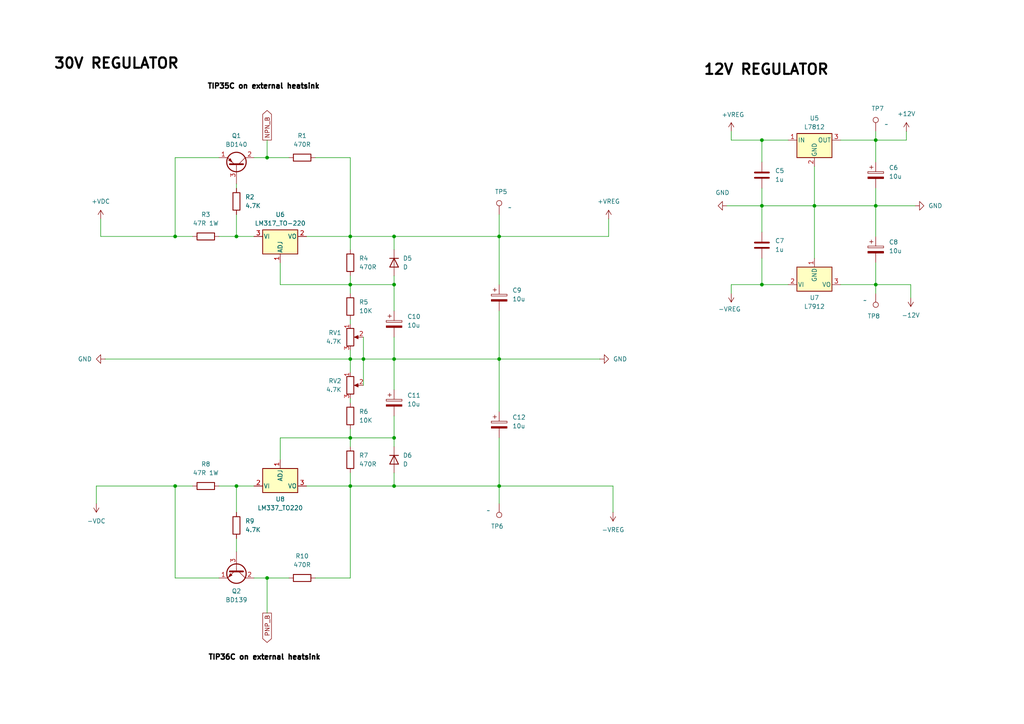
<source format=kicad_sch>
(kicad_sch (version 20231120) (generator "eeschema") (generator_version "8.0")
  (paper "A4")
  (title_block (title "Regulator"))
  (lib_symbols
    (symbol "Connector:TestPoint" (pin_numbers hide) (pin_names (offset 0.762) hide)
      (property "Reference" "TP" (at 0 6.858 0))
      (property "Value" "TestPoint" (at 0 5.08 0))
      (symbol "TestPoint_0_1"
        (circle (center 0 3.302) (radius 0.762))
      )
      (symbol "TestPoint_1_1"
        (pin passive line (at 0 0 90) (length 2.54) (name "1") (number "1"))
      )
    )
    (symbol "Device:C" (pin_numbers hide) (pin_names (offset 0.254))
      (property "Reference" "C" (at 0.635 2.54 0))
      (property "Value" "C" (at 0.635 -2.54 0))
      (symbol "C_0_1"
        (polyline (pts (xy -2.032 -0.762) (xy 2.032 -0.762)) (stroke (width 0.508)))
        (polyline (pts (xy -2.032 0.762) (xy 2.032 0.762)) (stroke (width 0.508)))
      )
      (symbol "C_1_1"
        (pin passive line (at 0 3.81 270) (length 2.794) (name "~") (number "1"))
        (pin passive line (at 0 -3.81 90) (length 2.794) (name "~") (number "2"))
      )
    )
    (symbol "Device:C_Polarized" (pin_numbers hide) (pin_names (offset 0.254))
      (property "Reference" "C" (at 0.635 2.54 0))
      (property "Value" "C_Polarized" (at 0.635 -2.54 0))
      (symbol "C_Polarized_0_1"
        (rectangle (start -2.286 0.508) (end 2.286 1.016))
        (polyline (pts (xy -1.778 2.286) (xy -0.762 2.286)))
        (polyline (pts (xy -1.27 2.794) (xy -1.27 1.778)))
        (rectangle (start 2.286 -0.508) (end -2.286 -1.016) (fill (type outline)))
      )
      (symbol "C_Polarized_1_1"
        (pin passive line (at 0 3.81 270) (length 2.794) (name "~") (number "1"))
        (pin passive line (at 0 -3.81 90) (length 2.794) (name "~") (number "2"))
      )
    )
    (symbol "Device:D" (pin_numbers hide) (pin_names (offset 1.016) hide)
      (property "Reference" "D" (at 0 2.54 0))
      (property "Value" "D" (at 0 -2.54 0))
      (symbol "D_0_1"
        (polyline (pts (xy -1.27 1.27) (xy -1.27 -1.27)) (stroke (width 0.254)))
        (polyline (pts (xy 1.27 0) (xy -1.27 0)))
        (polyline (pts (xy 1.27 1.27) (xy 1.27 -1.27) (xy -1.27 0) (xy 1.27 1.27)) (stroke (width 0.254)))
      )
      (symbol "D_1_1"
        (pin passive line (at -3.81 0 0) (length 2.54) (name "K") (number "1"))
        (pin passive line (at 3.81 0 180) (length 2.54) (name "A") (number "2"))
      )
    )
    (symbol "Device:R" (pin_numbers hide) (pin_names (offset 0))
      (property "Reference" "R" (at 2.032 0 90))
      (property "Value" "R" (at 0 0 90))
      (symbol "R_0_1"
        (rectangle (start -1.016 -2.54) (end 1.016 2.54) (stroke (width 0.254)))
      )
      (symbol "R_1_1"
        (pin passive line (at 0 3.81 270) (length 1.27) (name "~") (number "1"))
        (pin passive line (at 0 -3.81 90) (length 1.27) (name "~") (number "2"))
      )
    )
    (symbol "Device:R_Potentiometer" (pin_names (offset 1.016) hide)
      (property "Reference" "RV" (at -4.445 0 90))
      (property "Value" "R_Potentiometer" (at -2.54 0 90))
      (symbol "R_Potentiometer_0_1"
        (polyline (pts (xy 2.54 0) (xy 1.524 0)))
        (polyline (pts (xy 1.143 0) (xy 2.286 0.508) (xy 2.286 -0.508) (xy 1.143 0)) (fill (type outline)))
        (rectangle (start 1.016 2.54) (end -1.016 -2.54) (stroke (width 0.254)))
      )
      (symbol "R_Potentiometer_1_1"
        (pin passive line (at 0 3.81 270) (length 1.27) (name "1") (number "1"))
        (pin passive line (at 3.81 0 180) (length 1.27) (name "2") (number "2"))
        (pin passive line (at 0 -3.81 90) (length 1.27) (name "3") (number "3"))
      )
    )
    (symbol "Regulator_Linear:L7812" (pin_names (offset 0.254))
      (property "Reference" "U" (at -3.81 3.175 0))
      (property "Value" "L7812" (at 0 3.175 0))
      (symbol "L7812_0_1"
        (rectangle (start -5.08 1.905) (end 5.08 -5.08) (stroke (width 0.254)) (fill (type background)))
      )
      (symbol "L7812_1_1"
        (pin power_in line (at -7.62 0 0) (length 2.54) (name "IN") (number "1"))
        (pin power_in line (at 0 -7.62 90) (length 2.54) (name "GND") (number "2"))
        (pin power_out line (at 7.62 0 180) (length 2.54) (name "OUT") (number "3"))
      )
    )
    (symbol "Regulator_Linear:L7912" (pin_names (offset 0.254))
      (property "Reference" "U" (at -3.81 -3.175 0))
      (property "Value" "L7912" (at 0 -3.175 0))
      (symbol "L7912_0_1"
        (rectangle (start -5.08 5.08) (end 5.08 -1.905) (stroke (width 0.254)) (fill (type background)))
      )
      (symbol "L7912_1_1"
        (pin power_in line (at 0 7.62 270) (length 2.54) (name "GND") (number "1"))
        (pin power_in line (at -7.62 0 0) (length 2.54) (name "VI") (number "2"))
        (pin power_out line (at 7.62 0 180) (length 2.54) (name "VO") (number "3"))
      )
    )
    (symbol "Regulator_Linear:LM317_TO-220" (pin_names (offset 0.254))
      (property "Reference" "U" (at -3.81 3.175 0))
      (property "Value" "LM317_TO-220" (at 0 3.175 0))
      (symbol "LM317_TO-220_0_1"
        (rectangle (start -5.08 1.905) (end 5.08 -5.08) (stroke (width 0.254)) (fill (type background)))
      )
      (symbol "LM317_TO-220_1_1"
        (pin input line (at 0 -7.62 90) (length 2.54) (name "ADJ") (number "1"))
        (pin power_out line (at 7.62 0 180) (length 2.54) (name "VO") (number "2"))
        (pin power_in line (at -7.62 0 0) (length 2.54) (name "VI") (number "3"))
      )
    )
    (symbol "Regulator_Linear:LM337_TO220" (pin_names (offset 0.254))
      (property "Reference" "U" (at -3.81 -3.175 0))
      (property "Value" "LM337_TO220" (at 0 -3.175 0))
      (symbol "LM337_TO220_0_1"
        (rectangle (start -5.08 5.08) (end 5.08 -1.905) (stroke (width 0.254)) (fill (type background)))
      )
      (symbol "LM337_TO220_1_1"
        (pin input line (at 0 7.62 270) (length 2.54) (name "ADJ") (number "1"))
        (pin power_in line (at -7.62 0 0) (length 2.54) (name "VI") (number "2"))
        (pin power_out line (at 7.62 0 180) (length 2.54) (name "VO") (number "3"))
      )
    )
    (symbol "Transistor_BJT:BD139" (pin_names (offset 0) hide)
      (property "Reference" "Q" (at 5.08 1.905 0))
      (property "Value" "BD139" (at 5.08 0 0))
      (symbol "BD139_0_1"
        (polyline (pts (xy 0 0) (xy 0.635 0)))
        (polyline (pts (xy 2.54 -2.54) (xy 0.635 -0.635)))
        (polyline (pts (xy 2.54 2.54) (xy 0.635 0.635)))
        (polyline (pts (xy 0.635 1.905) (xy 0.635 -1.905) (xy 0.635 -1.905)) (stroke (width 0.508)) (fill (type outline)))
        (polyline (pts (xy 1.2446 -1.778) (xy 1.7526 -1.27) (xy 2.286 -2.286) (xy 1.2446 -1.778) (xy 1.2446 -1.778)) (fill (type outline)))
        (circle (center 1.27 0) (radius 2.8194) (stroke (width 0.3048)))
      )
      (symbol "BD139_1_1"
        (pin passive line (at 2.54 -5.08 90) (length 2.54) (name "E") (number "1"))
        (pin passive line (at 2.54 5.08 270) (length 2.54) (name "C") (number "2"))
        (pin input line (at -5.08 0 0) (length 5.08) (name "B") (number "3"))
      )
    )
    (symbol "Transistor_BJT:BD140" (pin_names (offset 0) hide)
      (property "Reference" "Q" (at 5.08 1.905 0))
      (property "Value" "BD140" (at 5.08 0 0))
      (symbol "BD140_0_1"
        (polyline (pts (xy 0 0) (xy 0.635 0)))
        (polyline (pts (xy 2.54 -2.54) (xy 0.635 -0.635)))
        (polyline (pts (xy 2.54 2.54) (xy 0.635 0.635)))
        (polyline (pts (xy 0.635 1.905) (xy 0.635 -1.905) (xy 0.635 -1.905)) (stroke (width 0.508)) (fill (type outline)))
        (polyline (pts (xy 1.778 -2.286) (xy 2.286 -1.778) (xy 1.27 -1.27) (xy 1.778 -2.286) (xy 1.778 -2.286)) (fill (type outline)))
        (circle (center 1.27 0) (radius 2.8194) (stroke (width 0.3048)))
      )
      (symbol "BD140_1_1"
        (pin passive line (at 2.54 -5.08 90) (length 2.54) (name "E") (number "1"))
        (pin passive line (at 2.54 5.08 270) (length 2.54) (name "C") (number "2"))
        (pin input line (at -5.08 0 0) (length 5.08) (name "B") (number "3"))
      )
    )
    (symbol "power:+12L" (power) (pin_numbers hide) (pin_names (offset 0) hide)
      (property "Value" "+12L" (at 0 3.556 0))
      (symbol "+12L_0_1"
        (polyline (pts (xy -0.762 1.27) (xy 0 2.54)))
        (polyline (pts (xy 0 0) (xy 0 2.54)))
        (polyline (pts (xy 0 2.54) (xy 0.762 1.27)))
      )
      (symbol "+12L_1_1"
        (pin power_in line (at 0 0 90) (length 0) (name "~") (number "1"))
      )
    )
    (symbol "power:GND" (power) (pin_numbers hide) (pin_names (offset 0) hide)
      (property "Value" "GND" (at 0 -3.81 0))
      (symbol "GND_0_1"
        (polyline (pts (xy 0 0) (xy 0 -1.27) (xy 1.27 -1.27) (xy 0 -2.54) (xy -1.27 -1.27) (xy 0 -1.27)))
      )
      (symbol "GND_1_1"
        (pin power_in line (at 0 0 270) (length 0) (name "~") (number "1"))
      )
    )
  )
  (junction (at 50.8 68.58))
  (junction (at 68.58 140.97))
  (junction (at 101.6 82.55))
  (junction (at 68.58 68.58))
  (junction (at 114.3 82.55))
  (junction (at 144.78 140.97))
  (junction (at 254 82.55))
  (junction (at 220.98 40.64))
  (junction (at 236.22 59.69))
  (junction (at 114.3 140.97))
  (junction (at 144.78 68.58))
  (junction (at 144.78 104.14))
  (junction (at 114.3 68.58))
  (junction (at 114.3 127))
  (junction (at 101.6 127))
  (junction (at 220.98 82.55))
  (junction (at 101.6 68.58))
  (junction (at 220.98 59.69))
  (junction (at 114.3 104.14))
  (junction (at 101.6 104.14))
  (junction (at 77.47 167.64))
  (junction (at 101.6 140.97))
  (junction (at 77.47 45.72))
  (junction (at 254 59.69))
  (junction (at 254 40.64))
  (junction (at 50.8 140.97))
  (junction (at 105.41 104.14))
  (wire (pts (xy 101.6 68.58) (xy 114.3 68.58)))
  (wire (pts (xy 50.8 167.64) (xy 63.5 167.64)))
  (wire (pts (xy 114.3 104.14) (xy 144.78 104.14)))
  (wire (pts (xy 144.78 62.23) (xy 144.78 68.58)))
  (wire (pts (xy 101.6 82.55) (xy 81.28 82.55)))
  (wire (pts (xy 210.82 59.69) (xy 220.98 59.69)))
  (wire (pts (xy 77.47 40.64) (xy 77.47 45.72)))
  (wire (pts (xy 101.6 115.57) (xy 101.6 116.84)))
  (wire (pts (xy 77.47 167.64) (xy 83.82 167.64)))
  (wire (pts (xy 262.89 40.64) (xy 254 40.64)))
  (wire (pts (xy 114.3 82.55) (xy 114.3 80.01)))
  (wire (pts (xy 68.58 140.97) (xy 73.66 140.97)))
  (wire (pts (xy 101.6 68.58) (xy 101.6 72.39)))
  (wire (pts (xy 144.78 140.97) (xy 177.8 140.97)))
  (wire (pts (xy 262.89 38.1) (xy 262.89 40.64)))
  (wire (pts (xy 77.47 167.64) (xy 77.47 177.8)))
  (wire (pts (xy 114.3 140.97) (xy 114.3 137.16)))
  (wire (pts (xy 101.6 127) (xy 81.28 127)))
  (wire (pts (xy 236.22 59.69) (xy 236.22 74.93)))
  (wire (pts (xy 236.22 59.69) (xy 254 59.69)))
  (wire (pts (xy 220.98 82.55) (xy 228.6 82.55)))
  (wire (pts (xy 63.5 68.58) (xy 68.58 68.58)))
  (wire (pts (xy 212.09 82.55) (xy 220.98 82.55)))
  (wire (pts (xy 254 38.1) (xy 254 40.64)))
  (wire (pts (xy 236.22 48.26) (xy 236.22 59.69)))
  (wire (pts (xy 50.8 45.72) (xy 63.5 45.72)))
  (wire (pts (xy 220.98 74.93) (xy 220.98 82.55)))
  (wire (pts (xy 81.28 82.55) (xy 81.28 76.2)))
  (wire (pts (xy 144.78 104.14) (xy 144.78 90.17)))
  (wire (pts (xy 144.78 68.58) (xy 144.78 82.55)))
  (wire (pts (xy 105.41 97.79) (xy 105.41 104.14)))
  (wire (pts (xy 254 82.55) (xy 254 76.2)))
  (wire (pts (xy 73.66 167.64) (xy 77.47 167.64)))
  (wire (pts (xy 114.3 127) (xy 114.3 120.65)))
  (wire (pts (xy 243.84 40.64) (xy 254 40.64)))
  (wire (pts (xy 220.98 59.69) (xy 236.22 59.69)))
  (wire (pts (xy 101.6 167.64) (xy 101.6 140.97)))
  (wire (pts (xy 264.16 82.55) (xy 264.16 86.36)))
  (wire (pts (xy 68.58 68.58) (xy 73.66 68.58)))
  (wire (pts (xy 114.3 82.55) (xy 114.3 90.17)))
  (wire (pts (xy 254 40.64) (xy 254 46.99)))
  (wire (pts (xy 254 59.69) (xy 254 54.61)))
  (wire (pts (xy 212.09 85.09) (xy 212.09 82.55)))
  (wire (pts (xy 29.21 68.58) (xy 50.8 68.58)))
  (wire (pts (xy 254 82.55) (xy 264.16 82.55)))
  (wire (pts (xy 114.3 104.14) (xy 114.3 113.03)))
  (wire (pts (xy 30.48 104.14) (xy 101.6 104.14)))
  (wire (pts (xy 144.78 68.58) (xy 176.53 68.58)))
  (wire (pts (xy 27.94 140.97) (xy 27.94 146.05)))
  (wire (pts (xy 101.6 140.97) (xy 88.9 140.97)))
  (wire (pts (xy 114.3 68.58) (xy 114.3 72.39)))
  (wire (pts (xy 101.6 104.14) (xy 101.6 101.6)))
  (wire (pts (xy 101.6 80.01) (xy 101.6 82.55)))
  (wire (pts (xy 144.78 104.14) (xy 144.78 119.38)))
  (wire (pts (xy 101.6 82.55) (xy 114.3 82.55)))
  (wire (pts (xy 144.78 104.14) (xy 173.99 104.14)))
  (wire (pts (xy 101.6 104.14) (xy 105.41 104.14)))
  (wire (pts (xy 101.6 124.46) (xy 101.6 127)))
  (wire (pts (xy 114.3 140.97) (xy 144.78 140.97)))
  (wire (pts (xy 212.09 40.64) (xy 220.98 40.64)))
  (wire (pts (xy 81.28 127) (xy 81.28 133.35)))
  (wire (pts (xy 144.78 127) (xy 144.78 140.97)))
  (wire (pts (xy 144.78 140.97) (xy 144.78 146.05)))
  (wire (pts (xy 63.5 140.97) (xy 68.58 140.97)))
  (wire (pts (xy 29.21 63.5) (xy 29.21 68.58)))
  (wire (pts (xy 68.58 62.23) (xy 68.58 68.58)))
  (wire (pts (xy 114.3 127) (xy 114.3 129.54)))
  (wire (pts (xy 50.8 45.72) (xy 50.8 68.58)))
  (wire (pts (xy 77.47 45.72) (xy 83.82 45.72)))
  (wire (pts (xy 50.8 140.97) (xy 50.8 167.64)))
  (wire (pts (xy 50.8 68.58) (xy 55.88 68.58)))
  (wire (pts (xy 101.6 127) (xy 101.6 129.54)))
  (wire (pts (xy 176.53 63.5) (xy 176.53 68.58)))
  (wire (pts (xy 73.66 45.72) (xy 77.47 45.72)))
  (wire (pts (xy 101.6 45.72) (xy 101.6 68.58)))
  (wire (pts (xy 101.6 127) (xy 114.3 127)))
  (wire (pts (xy 105.41 104.14) (xy 114.3 104.14)))
  (wire (pts (xy 220.98 54.61) (xy 220.98 59.69)))
  (wire (pts (xy 68.58 140.97) (xy 68.58 148.59)))
  (wire (pts (xy 68.58 156.21) (xy 68.58 160.02)))
  (wire (pts (xy 220.98 59.69) (xy 220.98 67.31)))
  (wire (pts (xy 212.09 38.1) (xy 212.09 40.64)))
  (wire (pts (xy 68.58 53.34) (xy 68.58 54.61)))
  (wire (pts (xy 101.6 45.72) (xy 91.44 45.72)))
  (wire (pts (xy 114.3 68.58) (xy 144.78 68.58)))
  (wire (pts (xy 254 59.69) (xy 254 68.58)))
  (wire (pts (xy 50.8 140.97) (xy 27.94 140.97)))
  (wire (pts (xy 114.3 97.79) (xy 114.3 104.14)))
  (wire (pts (xy 243.84 82.55) (xy 254 82.55)))
  (wire (pts (xy 254 82.55) (xy 254 85.09)))
  (wire (pts (xy 101.6 92.71) (xy 101.6 93.98)))
  (wire (pts (xy 220.98 40.64) (xy 220.98 46.99)))
  (wire (pts (xy 101.6 104.14) (xy 101.6 107.95)))
  (wire (pts (xy 101.6 68.58) (xy 88.9 68.58)))
  (wire (pts (xy 101.6 82.55) (xy 101.6 85.09)))
  (wire (pts (xy 55.88 140.97) (xy 50.8 140.97)))
  (wire (pts (xy 177.8 148.59) (xy 177.8 140.97)))
  (wire (pts (xy 91.44 167.64) (xy 101.6 167.64)))
  (wire (pts (xy 101.6 137.16) (xy 101.6 140.97)))
  (wire (pts (xy 101.6 140.97) (xy 114.3 140.97)))
  (wire (pts (xy 220.98 40.64) (xy 228.6 40.64)))
  (wire (pts (xy 265.43 59.69) (xy 254 59.69)))
  (wire (pts (xy 105.41 104.14) (xy 105.41 111.76)))
  (text "TIP36C on external heatsink" (at 76.708 190.754 0) (effects (font (size 1.5 1.5) (thickness 0.6) (bold yes))))
  (text "TIP35C on external heatsink" (at 76.454 25.146 0) (effects (font (size 1.5 1.5) (thickness 0.6) (bold yes))))
  (text "30V REGULATOR" (at 33.782 18.542 0) (effects (font (size 3 3) (thickness 0.6) (bold yes))))
  (text "12V REGULATOR" (at 222.25 20.32 0) (effects (font (size 3 3) (thickness 0.6) (bold yes))))
  (global_label "NPN_B" (shape output) (at 77.47 40.64 90) (property "Intersheetrefs" "${INTERSHEET_REFS}" (effects (hide yes))))
  (global_label "PNP_B" (shape output) (at 77.47 177.8 270) (property "Intersheetrefs" "${INTERSHEET_REFS}" (effects (hide yes))))
  (symbol (lib_id "power:+12L") (at 212.09 38.1 0) (unit 1)
    (property "Reference" "#PWR014" (effects (hide yes)))
    (property "Value" "+VREG" (at 209.296 33.274 0) (effects (justify left)))
    (property "Description" "Power symbol creates a global label with name \"+12L\"" (effects (hide yes)))
  )
  (symbol (lib_id "Device:D") (at 114.3 76.2 270) (unit 1)
    (property "Reference" "D5" (at 116.84 74.9299 90) (effects (justify left)))
    (property "Value" "D" (at 116.84 77.4699 90) (effects (justify left)))
    (property "Footprint" "Diode_THT:D_A-405_P10.16mm_Horizontal" (effects (hide yes)))
    (property "Description" "Diode" (effects (hide yes)))
    (property "Sim.Device" "D" (effects (hide yes)))
    (property "Sim.Pins" "1=K 2=A" (effects (hide yes)))
  )
  (symbol (lib_id "Device:C_Polarized") (at 114.3 93.98 0) (unit 1)
    (property "Reference" "C10" (at 118.11 91.8209 0) (effects (justify left)))
    (property "Value" "10u" (at 118.11 94.3609 0) (effects (justify left)))
    (property "Footprint" "Capacitor_THT:CP_Radial_D4.0mm_P2.00mm" (effects (hide yes)))
    (property "Description" "Polarized capacitor" (effects (hide yes)))
  )
  (symbol (lib_id "Transistor_BJT:BD139") (at 68.58 165.1 270) (unit 1)
    (property "Reference" "Q2" (at 68.58 171.45 90))
    (property "Value" "BD139" (at 68.58 173.99 90))
    (property "Footprint" "Package_TO_SOT_THT:TO-126-3_Vertical" (effects (hide yes)))
    (property "Datasheet" "http://www.st.com/internet/com/TECHNICAL_RESOURCES/TECHNICAL_LITERATURE/DATASHEET/CD00001225.pdf" (effects (hide yes)))
    (property "Description" "1.5A Ic, 80V Vce, Low Voltage Transistor, TO-126" (effects (hide yes)))
  )
  (symbol (lib_id "Device:R") (at 101.6 133.35 0) (unit 1)
    (property "Reference" "R7" (at 104.14 132.0799 0) (effects (justify left)))
    (property "Value" "470R" (at 104.14 134.6199 0) (effects (justify left)))
    (property "Footprint" "Resistor_THT:R_Axial_DIN0207_L6.3mm_D2.5mm_P10.16mm_Horizontal" (effects (hide yes)))
    (property "Description" "Resistor" (effects (hide yes)))
  )
  (symbol (lib_id "Device:C_Polarized") (at 254 50.8 0) (unit 1)
    (property "Reference" "C6" (at 257.81 48.6409 0) (effects (justify left)))
    (property "Value" "10u" (at 257.81 51.1809 0) (effects (justify left)))
    (property "Footprint" "Capacitor_THT:CP_Radial_D4.0mm_P2.00mm" (effects (hide yes)))
    (property "Description" "Polarized capacitor" (effects (hide yes)))
  )
  (symbol (lib_id "power:+12L") (at 29.21 63.5 0) (unit 1)
    (property "Reference" "#PWR018" (effects (hide yes)))
    (property "Value" "+VDC" (at 29.21 58.42 0))
    (property "Description" "Power symbol creates a global label with name \"+12L\"" (effects (hide yes)))
  )
  (symbol (lib_id "Device:R") (at 87.63 45.72 270) (unit 1)
    (property "Reference" "R1" (at 87.63 39.37 90))
    (property "Value" "470R" (at 87.63 41.91 90))
    (property "Footprint" "Resistor_THT:R_Axial_DIN0207_L6.3mm_D2.5mm_P10.16mm_Horizontal" (effects (hide yes)))
    (property "Description" "Resistor" (effects (hide yes)))
  )
  (symbol (lib_id "power:+12L") (at 176.53 63.5 0) (unit 1)
    (property "Reference" "#PWR019" (effects (hide yes)))
    (property "Value" "+VREG" (at 176.53 58.42 0))
    (property "Description" "Power symbol creates a global label with name \"+12L\"" (effects (hide yes)))
  )
  (symbol (lib_id "Connector:TestPoint") (at 254 85.09 180) (unit 1)
    (property "Reference" "TP8" (at 255.27 91.694 0) (effects (justify left)))
    (property "Value" "~" (at 251.46 87.1221 0) (effects (justify left)))
    (property "Footprint" "Connector_Pin:Pin_D1.3mm_L10.0mm_W3.5mm_Flat" (effects (hide yes)))
    (property "Description" "test point" (effects (hide yes)))
  )
  (symbol (lib_id "power:GND") (at 265.43 59.69 90) (unit 1)
    (property "Reference" "#PWR017" (effects (hide yes)))
    (property "Value" "GND" (at 269.24 59.6899 90) (effects (justify right)))
    (property "Description" "Power symbol creates a global label with name \"GND\" , ground" (effects (hide yes)))
  )
  (symbol (lib_id "Device:R_Potentiometer") (at 101.6 111.76 0) (unit 1)
    (property "Reference" "RV2" (at 99.06 110.4899 0) (effects (justify right)))
    (property "Value" "4.7K" (at 99.06 113.0299 0) (effects (justify right)))
    (property "Footprint" "Potentiometer_THT:Potentiometer_Bourns_3296W_Vertical" (effects (hide yes)))
    (property "Description" "Potentiometer" (effects (hide yes)))
  )
  (symbol (lib_id "Device:R") (at 68.58 152.4 0) (unit 1)
    (property "Reference" "R9" (at 71.12 151.1299 0) (effects (justify left)))
    (property "Value" "4.7K" (at 71.12 153.6699 0) (effects (justify left)))
    (property "Footprint" "Resistor_THT:R_Axial_DIN0207_L6.3mm_D2.5mm_P10.16mm_Horizontal" (effects (hide yes)))
    (property "Description" "Resistor" (effects (hide yes)))
  )
  (symbol (lib_id "power:+12L") (at 27.94 146.05 180) (unit 1)
    (property "Reference" "#PWR024" (effects (hide yes)))
    (property "Value" "-VDC" (at 27.94 151.13 0))
    (property "Description" "Power symbol creates a global label with name \"+12L\"" (effects (hide yes)))
  )
  (symbol (lib_id "Connector:TestPoint") (at 144.78 146.05 180) (unit 1)
    (property "Reference" "TP6" (at 146.05 152.654 0) (effects (justify left)))
    (property "Value" "~" (at 142.24 148.0821 0) (effects (justify left)))
    (property "Footprint" "Connector_Pin:Pin_D1.3mm_L10.0mm_W3.5mm_Flat" (effects (hide yes)))
    (property "Description" "test point" (effects (hide yes)))
  )
  (symbol (lib_id "Connector:TestPoint") (at 254 38.1 0) (unit 1)
    (property "Reference" "TP7" (at 252.73 31.496 0) (effects (justify left)))
    (property "Value" "~" (at 256.54 36.0679 0) (effects (justify left)))
    (property "Footprint" "Connector_Pin:Pin_D1.3mm_L10.0mm_W3.5mm_Flat" (effects (hide yes)))
    (property "Description" "test point" (effects (hide yes)))
  )
  (symbol (lib_id "Device:C_Polarized") (at 144.78 123.19 0) (unit 1)
    (property "Reference" "C12" (at 148.59 121.0309 0) (effects (justify left)))
    (property "Value" "10u" (at 148.59 123.5709 0) (effects (justify left)))
    (property "Footprint" "Capacitor_THT:CP_Radial_D4.0mm_P2.00mm" (effects (hide yes)))
    (property "Description" "Polarized capacitor" (effects (hide yes)))
  )
  (symbol (lib_id "Connector:TestPoint") (at 144.78 62.23 0) (unit 1)
    (property "Reference" "TP5" (at 143.51 55.626 0) (effects (justify left)))
    (property "Value" "~" (at 147.32 60.1979 0) (effects (justify left)))
    (property "Footprint" "Connector_Pin:Pin_D1.3mm_L10.0mm_W3.5mm_Flat" (effects (hide yes)))
    (property "Description" "test point" (effects (hide yes)))
  )
  (symbol (lib_id "Device:C_Polarized") (at 114.3 116.84 0) (unit 1)
    (property "Reference" "C11" (at 118.11 114.6809 0) (effects (justify left)))
    (property "Value" "10u" (at 118.11 117.2209 0) (effects (justify left)))
    (property "Footprint" "Capacitor_THT:CP_Radial_D4.0mm_P2.00mm" (effects (hide yes)))
    (property "Description" "Polarized capacitor" (effects (hide yes)))
  )
  (symbol (lib_id "Transistor_BJT:BD140") (at 68.58 48.26 270) (mirror x) (unit 1)
    (property "Reference" "Q1" (at 68.58 39.37 90))
    (property "Value" "BD140" (at 68.58 41.91 90))
    (property "Footprint" "Package_TO_SOT_THT:TO-126-3_Vertical" (effects (hide yes)))
    (property "Datasheet" "http://www.st.com/internet/com/TECHNICAL_RESOURCES/TECHNICAL_LITERATURE/DATASHEET/CD00001225.pdf" (effects (hide yes)))
    (property "Description" "1.5A Ic, 80V Vce, Low Voltage Transistor, TO-126" (effects (hide yes)))
  )
  (symbol (lib_id "power:+12L") (at 262.89 38.1 0) (unit 1)
    (property "Reference" "#PWR015" (effects (hide yes)))
    (property "Value" "+12V" (at 262.89 33.02 0))
    (property "Description" "Power symbol creates a global label with name \"+12L\"" (effects (hide yes)))
  )
  (symbol (lib_id "power:+12L") (at 264.16 86.36 180) (unit 1)
    (property "Reference" "#PWR021" (effects (hide yes)))
    (property "Value" "-12V" (at 264.16 91.44 0))
    (property "Description" "Power symbol creates a global label with name \"+12L\"" (effects (hide yes)))
  )
  (symbol (lib_id "Device:C") (at 220.98 50.8 0) (unit 1)
    (property "Reference" "C5" (at 224.79 49.5299 0) (effects (justify left)))
    (property "Value" "1u" (at 224.79 52.0699 0) (effects (justify left)))
    (property "Footprint" "Capacitor_THT:C_Rect_L7.0mm_W6.0mm_P5.00mm" (effects (hide yes)))
    (property "Description" "Unpolarized capacitor" (effects (hide yes)))
  )
  (symbol (lib_id "Device:R") (at 68.58 58.42 180) (unit 1)
    (property "Reference" "R2" (at 71.12 57.1499 0) (effects (justify right)))
    (property "Value" "4.7K" (at 71.12 59.6899 0) (effects (justify right)))
    (property "Footprint" "Resistor_THT:R_Axial_DIN0207_L6.3mm_D2.5mm_P10.16mm_Horizontal" (effects (hide yes)))
    (property "Description" "Resistor" (effects (hide yes)))
  )
  (symbol (lib_id "Device:C_Polarized") (at 254 72.39 0) (unit 1)
    (property "Reference" "C8" (at 257.81 70.2309 0) (effects (justify left)))
    (property "Value" "10u" (at 257.81 72.7709 0) (effects (justify left)))
    (property "Footprint" "Capacitor_THT:CP_Radial_D4.0mm_P2.00mm" (effects (hide yes)))
    (property "Description" "Polarized capacitor" (effects (hide yes)))
  )
  (symbol (lib_id "Regulator_Linear:LM337_TO220") (at 81.28 140.97 0) (unit 1)
    (property "Reference" "U8" (at 81.28 144.78 0))
    (property "Value" "LM337_TO220" (at 81.28 147.32 0))
    (property "Footprint" "Package_TO_SOT_THT:TO-220-3_Vertical" (effects (hide yes)))
    (property "Datasheet" "http://www.ti.com/lit/ds/symlink/lm337-n.pdf" (effects (hide yes)))
    (property "Description" "Negative 1.5A 35V Adjustable Linear Regulator, TO-220" (effects (hide yes)))
  )
  (symbol (lib_id "power:+12L") (at 212.09 85.09 180) (unit 1)
    (property "Reference" "#PWR020" (effects (hide yes)))
    (property "Value" "-VREG" (at 211.582 89.662 0))
    (property "Description" "Power symbol creates a global label with name \"+12L\"" (effects (hide yes)))
  )
  (symbol (lib_id "Device:R") (at 87.63 167.64 90) (unit 1)
    (property "Reference" "R10" (at 87.63 161.29 90))
    (property "Value" "470R" (at 87.63 163.83 90))
    (property "Footprint" "Resistor_THT:R_Axial_DIN0207_L6.3mm_D2.5mm_P10.16mm_Horizontal" (effects (hide yes)))
    (property "Description" "Resistor" (effects (hide yes)))
  )
  (symbol (lib_id "Device:R") (at 101.6 120.65 0) (unit 1)
    (property "Reference" "R6" (at 104.14 119.3799 0) (effects (justify left)))
    (property "Value" "10K" (at 104.14 121.9199 0) (effects (justify left)))
    (property "Footprint" "Resistor_THT:R_Axial_DIN0207_L6.3mm_D2.5mm_P10.16mm_Horizontal" (effects (hide yes)))
    (property "Description" "Resistor" (effects (hide yes)))
  )
  (symbol (lib_id "Device:R") (at 59.69 68.58 90) (unit 1)
    (property "Reference" "R3" (at 59.69 62.23 90))
    (property "Value" "47R 1W" (at 59.69 64.77 90))
    (property "Footprint" "Resistor_THT:R_Axial_DIN0207_L6.3mm_D2.5mm_P15.24mm_Horizontal" (effects (hide yes)))
    (property "Description" "Resistor" (effects (hide yes)))
  )
  (symbol (lib_id "Device:D") (at 114.3 133.35 270) (unit 1)
    (property "Reference" "D6" (at 116.84 132.0799 90) (effects (justify left)))
    (property "Value" "D" (at 116.84 134.6199 90) (effects (justify left)))
    (property "Footprint" "Diode_THT:D_A-405_P10.16mm_Horizontal" (effects (hide yes)))
    (property "Description" "Diode" (effects (hide yes)))
    (property "Sim.Device" "D" (effects (hide yes)))
    (property "Sim.Pins" "1=K 2=A" (effects (hide yes)))
  )
  (symbol (lib_id "Device:R") (at 101.6 88.9 0) (unit 1)
    (property "Reference" "R5" (at 104.14 87.6299 0) (effects (justify left)))
    (property "Value" "10K" (at 104.14 90.1699 0) (effects (justify left)))
    (property "Footprint" "Resistor_THT:R_Axial_DIN0207_L6.3mm_D2.5mm_P10.16mm_Horizontal" (effects (hide yes)))
    (property "Description" "Resistor" (effects (hide yes)))
  )
  (symbol (lib_id "Device:R_Potentiometer") (at 101.6 97.79 0) (unit 1)
    (property "Reference" "RV1" (at 99.06 96.5199 0) (effects (justify right)))
    (property "Value" "4.7K" (at 99.06 99.0599 0) (effects (justify right)))
    (property "Footprint" "Potentiometer_THT:Potentiometer_Bourns_3296W_Vertical" (effects (hide yes)))
    (property "Description" "Potentiometer" (effects (hide yes)))
  )
  (symbol (lib_id "Device:C") (at 220.98 71.12 0) (unit 1)
    (property "Reference" "C7" (at 224.79 69.8499 0) (effects (justify left)))
    (property "Value" "1u" (at 224.79 72.3899 0) (effects (justify left)))
    (property "Footprint" "Capacitor_THT:C_Rect_L7.0mm_W6.0mm_P5.00mm" (effects (hide yes)))
    (property "Description" "Unpolarized capacitor" (effects (hide yes)))
  )
  (symbol (lib_id "power:GND") (at 210.82 59.69 270) (unit 1)
    (property "Reference" "#PWR016" (effects (hide yes)))
    (property "Value" "GND" (at 209.55 55.88 90))
    (property "Description" "Power symbol creates a global label with name \"GND\" , ground" (effects (hide yes)))
  )
  (symbol (lib_id "Regulator_Linear:L7812") (at 236.22 40.64 0) (unit 1)
    (property "Reference" "U5" (at 236.22 34.29 0))
    (property "Value" "L7812" (at 236.22 36.83 0))
    (property "Footprint" "Package_TO_SOT_THT:TO-220-3_Vertical" (effects (hide yes)))
    (property "Datasheet" "http://www.st.com/content/ccc/resource/technical/document/datasheet/41/4f/b3/b0/12/d4/47/88/CD00000444.pdf/files/CD00000444.pdf/jcr:content/translations/en.CD00000444.pdf" (effects (hide yes)))
    (property "Description" "Positive 1.5A 35V Linear Regulator, Fixed Output 12V, TO-220/TO-263/TO-252" (effects (hide yes)))
  )
  (symbol (lib_id "power:GND") (at 173.99 104.14 90) (unit 1)
    (property "Reference" "#PWR023" (effects (hide yes)))
    (property "Value" "GND" (at 177.8 104.1399 90) (effects (justify right)))
    (property "Description" "Power symbol creates a global label with name \"GND\" , ground" (effects (hide yes)))
  )
  (symbol (lib_id "power:GND") (at 30.48 104.14 270) (unit 1)
    (property "Reference" "#PWR022" (effects (hide yes)))
    (property "Value" "GND" (at 26.67 104.1399 90) (effects (justify right)))
    (property "Description" "Power symbol creates a global label with name \"GND\" , ground" (effects (hide yes)))
  )
  (symbol (lib_id "power:+12L") (at 177.8 148.59 180) (unit 1)
    (property "Reference" "#PWR025" (effects (hide yes)))
    (property "Value" "-VREG" (at 177.8 153.67 0))
    (property "Description" "Power symbol creates a global label with name \"+12L\"" (effects (hide yes)))
  )
  (symbol (lib_id "Regulator_Linear:L7912") (at 236.22 82.55 0) (unit 1)
    (property "Reference" "U7" (at 236.22 86.36 0))
    (property "Value" "L7912" (at 236.22 88.9 0))
    (property "Footprint" "Package_TO_SOT_THT:TO-220-3_Vertical" (effects (hide yes)))
    (property "Datasheet" "http://www.st.com/content/ccc/resource/technical/document/datasheet/c9/16/86/41/c7/2b/45/f2/CD00000450.pdf/files/CD00000450.pdf/jcr:content/translations/en.CD00000450.pdf" (effects (hide yes)))
    (property "Description" "Negative 1.5A 35V Linear Regulator, Fixed Output -12V, TO-220/TO-263" (effects (hide yes)))
  )
  (symbol (lib_id "Device:C_Polarized") (at 144.78 86.36 0) (unit 1)
    (property "Reference" "C9" (at 148.59 84.2009 0) (effects (justify left)))
    (property "Value" "10u" (at 148.59 86.7409 0) (effects (justify left)))
    (property "Footprint" "Capacitor_THT:CP_Radial_D4.0mm_P2.00mm" (effects (hide yes)))
    (property "Description" "Polarized capacitor" (effects (hide yes)))
  )
  (symbol (lib_id "Regulator_Linear:LM317_TO-220") (at 81.28 68.58 0) (unit 1)
    (property "Reference" "U6" (at 81.28 62.23 0))
    (property "Value" "LM317_TO-220" (at 81.28 64.77 0))
    (property "Footprint" "Package_TO_SOT_THT:TO-220-3_Vertical" (effects (hide yes)))
    (property "Datasheet" "http://www.ti.com/lit/ds/symlink/lm317.pdf" (effects (hide yes)))
    (property "Description" "1.5A 35V Adjustable Linear Regulator, TO-220" (effects (hide yes)))
  )
  (symbol (lib_id "Device:R") (at 101.6 76.2 0) (unit 1)
    (property "Reference" "R4" (at 104.14 74.9299 0) (effects (justify left)))
    (property "Value" "470R" (at 104.14 77.4699 0) (effects (justify left)))
    (property "Footprint" "Resistor_THT:R_Axial_DIN0207_L6.3mm_D2.5mm_P10.16mm_Horizontal" (effects (hide yes)))
    (property "Description" "Resistor" (effects (hide yes)))
  )
  (symbol (lib_id "Device:R") (at 59.69 140.97 90) (unit 1)
    (property "Reference" "R8" (at 59.69 134.62 90))
    (property "Value" "47R 1W" (at 59.69 137.16 90))
    (property "Footprint" "Resistor_THT:R_Axial_DIN0207_L6.3mm_D2.5mm_P15.24mm_Horizontal" (effects (hide yes)))
    (property "Description" "Resistor" (effects (hide yes)))
  )
)
</source>
